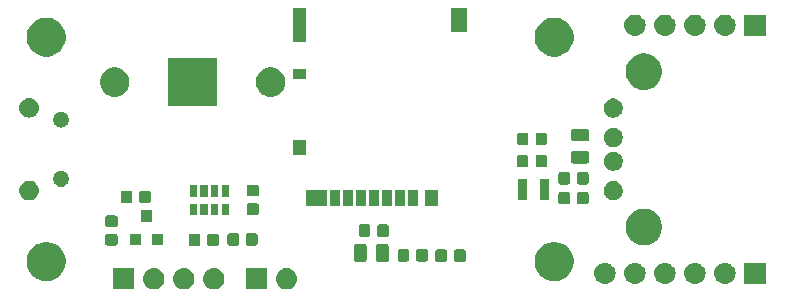
<source format=gbs>
G04 #@! TF.GenerationSoftware,KiCad,Pcbnew,(5.1.2)-1*
G04 #@! TF.CreationDate,2022-02-25T21:01:52+09:00*
G04 #@! TF.ProjectId,wcc,7763632e-6b69-4636-9164-5f7063625858,v2.2*
G04 #@! TF.SameCoordinates,Original*
G04 #@! TF.FileFunction,Soldermask,Bot*
G04 #@! TF.FilePolarity,Negative*
%FSLAX46Y46*%
G04 Gerber Fmt 4.6, Leading zero omitted, Abs format (unit mm)*
G04 Created by KiCad (PCBNEW (5.1.2)-1) date 2022-02-25 21:01:52*
%MOMM*%
%LPD*%
G04 APERTURE LIST*
%ADD10C,0.100000*%
G04 APERTURE END LIST*
D10*
G36*
X153450443Y-152555519D02*
G01*
X153516627Y-152562037D01*
X153686466Y-152613557D01*
X153842991Y-152697222D01*
X153878729Y-152726552D01*
X153980186Y-152809814D01*
X154063448Y-152911271D01*
X154092778Y-152947009D01*
X154176443Y-153103534D01*
X154227963Y-153273373D01*
X154245359Y-153450000D01*
X154227963Y-153626627D01*
X154176443Y-153796466D01*
X154092778Y-153952991D01*
X154063448Y-153988729D01*
X153980186Y-154090186D01*
X153878729Y-154173448D01*
X153842991Y-154202778D01*
X153686466Y-154286443D01*
X153516627Y-154337963D01*
X153450443Y-154344481D01*
X153384260Y-154351000D01*
X153295740Y-154351000D01*
X153229557Y-154344481D01*
X153163373Y-154337963D01*
X152993534Y-154286443D01*
X152837009Y-154202778D01*
X152801271Y-154173448D01*
X152699814Y-154090186D01*
X152616552Y-153988729D01*
X152587222Y-153952991D01*
X152503557Y-153796466D01*
X152452037Y-153626627D01*
X152434641Y-153450000D01*
X152452037Y-153273373D01*
X152503557Y-153103534D01*
X152587222Y-152947009D01*
X152616552Y-152911271D01*
X152699814Y-152809814D01*
X152801271Y-152726552D01*
X152837009Y-152697222D01*
X152993534Y-152613557D01*
X153163373Y-152562037D01*
X153229557Y-152555519D01*
X153295740Y-152549000D01*
X153384260Y-152549000D01*
X153450443Y-152555519D01*
X153450443Y-152555519D01*
G37*
G36*
X151701000Y-154351000D02*
G01*
X149899000Y-154351000D01*
X149899000Y-152549000D01*
X151701000Y-152549000D01*
X151701000Y-154351000D01*
X151701000Y-154351000D01*
G37*
G36*
X140461000Y-154351000D02*
G01*
X138659000Y-154351000D01*
X138659000Y-152549000D01*
X140461000Y-152549000D01*
X140461000Y-154351000D01*
X140461000Y-154351000D01*
G37*
G36*
X142210443Y-152555519D02*
G01*
X142276627Y-152562037D01*
X142446466Y-152613557D01*
X142602991Y-152697222D01*
X142638729Y-152726552D01*
X142740186Y-152809814D01*
X142823448Y-152911271D01*
X142852778Y-152947009D01*
X142936443Y-153103534D01*
X142987963Y-153273373D01*
X143005359Y-153450000D01*
X142987963Y-153626627D01*
X142936443Y-153796466D01*
X142852778Y-153952991D01*
X142823448Y-153988729D01*
X142740186Y-154090186D01*
X142638729Y-154173448D01*
X142602991Y-154202778D01*
X142446466Y-154286443D01*
X142276627Y-154337963D01*
X142210443Y-154344481D01*
X142144260Y-154351000D01*
X142055740Y-154351000D01*
X141989557Y-154344481D01*
X141923373Y-154337963D01*
X141753534Y-154286443D01*
X141597009Y-154202778D01*
X141561271Y-154173448D01*
X141459814Y-154090186D01*
X141376552Y-153988729D01*
X141347222Y-153952991D01*
X141263557Y-153796466D01*
X141212037Y-153626627D01*
X141194641Y-153450000D01*
X141212037Y-153273373D01*
X141263557Y-153103534D01*
X141347222Y-152947009D01*
X141376552Y-152911271D01*
X141459814Y-152809814D01*
X141561271Y-152726552D01*
X141597009Y-152697222D01*
X141753534Y-152613557D01*
X141923373Y-152562037D01*
X141989557Y-152555519D01*
X142055740Y-152549000D01*
X142144260Y-152549000D01*
X142210443Y-152555519D01*
X142210443Y-152555519D01*
G37*
G36*
X147290443Y-152555519D02*
G01*
X147356627Y-152562037D01*
X147526466Y-152613557D01*
X147682991Y-152697222D01*
X147718729Y-152726552D01*
X147820186Y-152809814D01*
X147903448Y-152911271D01*
X147932778Y-152947009D01*
X148016443Y-153103534D01*
X148067963Y-153273373D01*
X148085359Y-153450000D01*
X148067963Y-153626627D01*
X148016443Y-153796466D01*
X147932778Y-153952991D01*
X147903448Y-153988729D01*
X147820186Y-154090186D01*
X147718729Y-154173448D01*
X147682991Y-154202778D01*
X147526466Y-154286443D01*
X147356627Y-154337963D01*
X147290443Y-154344481D01*
X147224260Y-154351000D01*
X147135740Y-154351000D01*
X147069557Y-154344481D01*
X147003373Y-154337963D01*
X146833534Y-154286443D01*
X146677009Y-154202778D01*
X146641271Y-154173448D01*
X146539814Y-154090186D01*
X146456552Y-153988729D01*
X146427222Y-153952991D01*
X146343557Y-153796466D01*
X146292037Y-153626627D01*
X146274641Y-153450000D01*
X146292037Y-153273373D01*
X146343557Y-153103534D01*
X146427222Y-152947009D01*
X146456552Y-152911271D01*
X146539814Y-152809814D01*
X146641271Y-152726552D01*
X146677009Y-152697222D01*
X146833534Y-152613557D01*
X147003373Y-152562037D01*
X147069557Y-152555519D01*
X147135740Y-152549000D01*
X147224260Y-152549000D01*
X147290443Y-152555519D01*
X147290443Y-152555519D01*
G37*
G36*
X144750443Y-152555519D02*
G01*
X144816627Y-152562037D01*
X144986466Y-152613557D01*
X145142991Y-152697222D01*
X145178729Y-152726552D01*
X145280186Y-152809814D01*
X145363448Y-152911271D01*
X145392778Y-152947009D01*
X145476443Y-153103534D01*
X145527963Y-153273373D01*
X145545359Y-153450000D01*
X145527963Y-153626627D01*
X145476443Y-153796466D01*
X145392778Y-153952991D01*
X145363448Y-153988729D01*
X145280186Y-154090186D01*
X145178729Y-154173448D01*
X145142991Y-154202778D01*
X144986466Y-154286443D01*
X144816627Y-154337963D01*
X144750443Y-154344481D01*
X144684260Y-154351000D01*
X144595740Y-154351000D01*
X144529557Y-154344481D01*
X144463373Y-154337963D01*
X144293534Y-154286443D01*
X144137009Y-154202778D01*
X144101271Y-154173448D01*
X143999814Y-154090186D01*
X143916552Y-153988729D01*
X143887222Y-153952991D01*
X143803557Y-153796466D01*
X143752037Y-153626627D01*
X143734641Y-153450000D01*
X143752037Y-153273373D01*
X143803557Y-153103534D01*
X143887222Y-152947009D01*
X143916552Y-152911271D01*
X143999814Y-152809814D01*
X144101271Y-152726552D01*
X144137009Y-152697222D01*
X144293534Y-152613557D01*
X144463373Y-152562037D01*
X144529557Y-152555519D01*
X144595740Y-152549000D01*
X144684260Y-152549000D01*
X144750443Y-152555519D01*
X144750443Y-152555519D01*
G37*
G36*
X185490443Y-152105519D02*
G01*
X185556627Y-152112037D01*
X185726466Y-152163557D01*
X185882991Y-152247222D01*
X185918729Y-152276552D01*
X186020186Y-152359814D01*
X186103448Y-152461271D01*
X186132778Y-152497009D01*
X186216443Y-152653534D01*
X186267963Y-152823373D01*
X186285359Y-153000000D01*
X186267963Y-153176627D01*
X186216443Y-153346466D01*
X186132778Y-153502991D01*
X186103448Y-153538729D01*
X186020186Y-153640186D01*
X185918729Y-153723448D01*
X185882991Y-153752778D01*
X185726466Y-153836443D01*
X185556627Y-153887963D01*
X185490442Y-153894482D01*
X185424260Y-153901000D01*
X185335740Y-153901000D01*
X185269558Y-153894482D01*
X185203373Y-153887963D01*
X185033534Y-153836443D01*
X184877009Y-153752778D01*
X184841271Y-153723448D01*
X184739814Y-153640186D01*
X184656552Y-153538729D01*
X184627222Y-153502991D01*
X184543557Y-153346466D01*
X184492037Y-153176627D01*
X184474641Y-153000000D01*
X184492037Y-152823373D01*
X184543557Y-152653534D01*
X184627222Y-152497009D01*
X184656552Y-152461271D01*
X184739814Y-152359814D01*
X184841271Y-152276552D01*
X184877009Y-152247222D01*
X185033534Y-152163557D01*
X185203373Y-152112037D01*
X185269557Y-152105519D01*
X185335740Y-152099000D01*
X185424260Y-152099000D01*
X185490443Y-152105519D01*
X185490443Y-152105519D01*
G37*
G36*
X188030443Y-152105519D02*
G01*
X188096627Y-152112037D01*
X188266466Y-152163557D01*
X188422991Y-152247222D01*
X188458729Y-152276552D01*
X188560186Y-152359814D01*
X188643448Y-152461271D01*
X188672778Y-152497009D01*
X188756443Y-152653534D01*
X188807963Y-152823373D01*
X188825359Y-153000000D01*
X188807963Y-153176627D01*
X188756443Y-153346466D01*
X188672778Y-153502991D01*
X188643448Y-153538729D01*
X188560186Y-153640186D01*
X188458729Y-153723448D01*
X188422991Y-153752778D01*
X188266466Y-153836443D01*
X188096627Y-153887963D01*
X188030442Y-153894482D01*
X187964260Y-153901000D01*
X187875740Y-153901000D01*
X187809558Y-153894482D01*
X187743373Y-153887963D01*
X187573534Y-153836443D01*
X187417009Y-153752778D01*
X187381271Y-153723448D01*
X187279814Y-153640186D01*
X187196552Y-153538729D01*
X187167222Y-153502991D01*
X187083557Y-153346466D01*
X187032037Y-153176627D01*
X187014641Y-153000000D01*
X187032037Y-152823373D01*
X187083557Y-152653534D01*
X187167222Y-152497009D01*
X187196552Y-152461271D01*
X187279814Y-152359814D01*
X187381271Y-152276552D01*
X187417009Y-152247222D01*
X187573534Y-152163557D01*
X187743373Y-152112037D01*
X187809557Y-152105519D01*
X187875740Y-152099000D01*
X187964260Y-152099000D01*
X188030443Y-152105519D01*
X188030443Y-152105519D01*
G37*
G36*
X190570443Y-152105519D02*
G01*
X190636627Y-152112037D01*
X190806466Y-152163557D01*
X190962991Y-152247222D01*
X190998729Y-152276552D01*
X191100186Y-152359814D01*
X191183448Y-152461271D01*
X191212778Y-152497009D01*
X191296443Y-152653534D01*
X191347963Y-152823373D01*
X191365359Y-153000000D01*
X191347963Y-153176627D01*
X191296443Y-153346466D01*
X191212778Y-153502991D01*
X191183448Y-153538729D01*
X191100186Y-153640186D01*
X190998729Y-153723448D01*
X190962991Y-153752778D01*
X190806466Y-153836443D01*
X190636627Y-153887963D01*
X190570442Y-153894482D01*
X190504260Y-153901000D01*
X190415740Y-153901000D01*
X190349558Y-153894482D01*
X190283373Y-153887963D01*
X190113534Y-153836443D01*
X189957009Y-153752778D01*
X189921271Y-153723448D01*
X189819814Y-153640186D01*
X189736552Y-153538729D01*
X189707222Y-153502991D01*
X189623557Y-153346466D01*
X189572037Y-153176627D01*
X189554641Y-153000000D01*
X189572037Y-152823373D01*
X189623557Y-152653534D01*
X189707222Y-152497009D01*
X189736552Y-152461271D01*
X189819814Y-152359814D01*
X189921271Y-152276552D01*
X189957009Y-152247222D01*
X190113534Y-152163557D01*
X190283373Y-152112037D01*
X190349557Y-152105519D01*
X190415740Y-152099000D01*
X190504260Y-152099000D01*
X190570443Y-152105519D01*
X190570443Y-152105519D01*
G37*
G36*
X193901000Y-153901000D02*
G01*
X192099000Y-153901000D01*
X192099000Y-152099000D01*
X193901000Y-152099000D01*
X193901000Y-153901000D01*
X193901000Y-153901000D01*
G37*
G36*
X180410443Y-152105519D02*
G01*
X180476627Y-152112037D01*
X180646466Y-152163557D01*
X180802991Y-152247222D01*
X180838729Y-152276552D01*
X180940186Y-152359814D01*
X181023448Y-152461271D01*
X181052778Y-152497009D01*
X181136443Y-152653534D01*
X181187963Y-152823373D01*
X181205359Y-153000000D01*
X181187963Y-153176627D01*
X181136443Y-153346466D01*
X181052778Y-153502991D01*
X181023448Y-153538729D01*
X180940186Y-153640186D01*
X180838729Y-153723448D01*
X180802991Y-153752778D01*
X180646466Y-153836443D01*
X180476627Y-153887963D01*
X180410442Y-153894482D01*
X180344260Y-153901000D01*
X180255740Y-153901000D01*
X180189558Y-153894482D01*
X180123373Y-153887963D01*
X179953534Y-153836443D01*
X179797009Y-153752778D01*
X179761271Y-153723448D01*
X179659814Y-153640186D01*
X179576552Y-153538729D01*
X179547222Y-153502991D01*
X179463557Y-153346466D01*
X179412037Y-153176627D01*
X179394641Y-153000000D01*
X179412037Y-152823373D01*
X179463557Y-152653534D01*
X179547222Y-152497009D01*
X179576552Y-152461271D01*
X179659814Y-152359814D01*
X179761271Y-152276552D01*
X179797009Y-152247222D01*
X179953534Y-152163557D01*
X180123373Y-152112037D01*
X180189557Y-152105519D01*
X180255740Y-152099000D01*
X180344260Y-152099000D01*
X180410443Y-152105519D01*
X180410443Y-152105519D01*
G37*
G36*
X182950443Y-152105519D02*
G01*
X183016627Y-152112037D01*
X183186466Y-152163557D01*
X183342991Y-152247222D01*
X183378729Y-152276552D01*
X183480186Y-152359814D01*
X183563448Y-152461271D01*
X183592778Y-152497009D01*
X183676443Y-152653534D01*
X183727963Y-152823373D01*
X183745359Y-153000000D01*
X183727963Y-153176627D01*
X183676443Y-153346466D01*
X183592778Y-153502991D01*
X183563448Y-153538729D01*
X183480186Y-153640186D01*
X183378729Y-153723448D01*
X183342991Y-153752778D01*
X183186466Y-153836443D01*
X183016627Y-153887963D01*
X182950442Y-153894482D01*
X182884260Y-153901000D01*
X182795740Y-153901000D01*
X182729558Y-153894482D01*
X182663373Y-153887963D01*
X182493534Y-153836443D01*
X182337009Y-153752778D01*
X182301271Y-153723448D01*
X182199814Y-153640186D01*
X182116552Y-153538729D01*
X182087222Y-153502991D01*
X182003557Y-153346466D01*
X181952037Y-153176627D01*
X181934641Y-153000000D01*
X181952037Y-152823373D01*
X182003557Y-152653534D01*
X182087222Y-152497009D01*
X182116552Y-152461271D01*
X182199814Y-152359814D01*
X182301271Y-152276552D01*
X182337009Y-152247222D01*
X182493534Y-152163557D01*
X182663373Y-152112037D01*
X182729557Y-152105519D01*
X182795740Y-152099000D01*
X182884260Y-152099000D01*
X182950443Y-152105519D01*
X182950443Y-152105519D01*
G37*
G36*
X133375256Y-150391298D02*
G01*
X133481579Y-150412447D01*
X133691963Y-150499591D01*
X133778822Y-150535569D01*
X133782042Y-150536903D01*
X134052451Y-150717585D01*
X134282415Y-150947549D01*
X134463097Y-151217958D01*
X134463098Y-151217960D01*
X134587553Y-151518422D01*
X134651000Y-151837389D01*
X134651000Y-152162611D01*
X134611774Y-152359814D01*
X134587553Y-152481579D01*
X134463097Y-152782042D01*
X134282415Y-153052451D01*
X134052451Y-153282415D01*
X133782042Y-153463097D01*
X133481579Y-153587553D01*
X133375256Y-153608702D01*
X133162611Y-153651000D01*
X132837389Y-153651000D01*
X132624744Y-153608702D01*
X132518421Y-153587553D01*
X132217958Y-153463097D01*
X131947549Y-153282415D01*
X131717585Y-153052451D01*
X131536903Y-152782042D01*
X131412447Y-152481579D01*
X131388226Y-152359814D01*
X131349000Y-152162611D01*
X131349000Y-151837389D01*
X131412447Y-151518422D01*
X131536902Y-151217960D01*
X131536903Y-151217958D01*
X131717585Y-150947549D01*
X131947549Y-150717585D01*
X132217958Y-150536903D01*
X132221179Y-150535569D01*
X132308037Y-150499591D01*
X132518421Y-150412447D01*
X132624744Y-150391298D01*
X132837389Y-150349000D01*
X133162611Y-150349000D01*
X133375256Y-150391298D01*
X133375256Y-150391298D01*
G37*
G36*
X176375256Y-150391298D02*
G01*
X176481579Y-150412447D01*
X176691963Y-150499591D01*
X176778822Y-150535569D01*
X176782042Y-150536903D01*
X177052451Y-150717585D01*
X177282415Y-150947549D01*
X177463097Y-151217958D01*
X177463098Y-151217960D01*
X177587553Y-151518422D01*
X177651000Y-151837389D01*
X177651000Y-152162611D01*
X177611774Y-152359814D01*
X177587553Y-152481579D01*
X177463097Y-152782042D01*
X177282415Y-153052451D01*
X177052451Y-153282415D01*
X176782042Y-153463097D01*
X176481579Y-153587553D01*
X176375256Y-153608702D01*
X176162611Y-153651000D01*
X175837389Y-153651000D01*
X175624744Y-153608702D01*
X175518421Y-153587553D01*
X175217958Y-153463097D01*
X174947549Y-153282415D01*
X174717585Y-153052451D01*
X174536903Y-152782042D01*
X174412447Y-152481579D01*
X174388226Y-152359814D01*
X174349000Y-152162611D01*
X174349000Y-151837389D01*
X174412447Y-151518422D01*
X174536902Y-151217960D01*
X174536903Y-151217958D01*
X174717585Y-150947549D01*
X174947549Y-150717585D01*
X175217958Y-150536903D01*
X175221179Y-150535569D01*
X175308037Y-150499591D01*
X175518421Y-150412447D01*
X175624744Y-150391298D01*
X175837389Y-150349000D01*
X176162611Y-150349000D01*
X176375256Y-150391298D01*
X176375256Y-150391298D01*
G37*
G36*
X168359591Y-150978085D02*
G01*
X168393569Y-150988393D01*
X168424890Y-151005134D01*
X168452339Y-151027661D01*
X168474866Y-151055110D01*
X168491607Y-151086431D01*
X168501915Y-151120409D01*
X168506000Y-151161890D01*
X168506000Y-151838110D01*
X168501915Y-151879591D01*
X168491607Y-151913569D01*
X168474866Y-151944890D01*
X168452339Y-151972339D01*
X168424890Y-151994866D01*
X168393569Y-152011607D01*
X168359591Y-152021915D01*
X168318110Y-152026000D01*
X167716890Y-152026000D01*
X167675409Y-152021915D01*
X167641431Y-152011607D01*
X167610110Y-151994866D01*
X167582661Y-151972339D01*
X167560134Y-151944890D01*
X167543393Y-151913569D01*
X167533085Y-151879591D01*
X167529000Y-151838110D01*
X167529000Y-151161890D01*
X167533085Y-151120409D01*
X167543393Y-151086431D01*
X167560134Y-151055110D01*
X167582661Y-151027661D01*
X167610110Y-151005134D01*
X167641431Y-150988393D01*
X167675409Y-150978085D01*
X167716890Y-150974000D01*
X168318110Y-150974000D01*
X168359591Y-150978085D01*
X168359591Y-150978085D01*
G37*
G36*
X166784591Y-150978085D02*
G01*
X166818569Y-150988393D01*
X166849890Y-151005134D01*
X166877339Y-151027661D01*
X166899866Y-151055110D01*
X166916607Y-151086431D01*
X166926915Y-151120409D01*
X166931000Y-151161890D01*
X166931000Y-151838110D01*
X166926915Y-151879591D01*
X166916607Y-151913569D01*
X166899866Y-151944890D01*
X166877339Y-151972339D01*
X166849890Y-151994866D01*
X166818569Y-152011607D01*
X166784591Y-152021915D01*
X166743110Y-152026000D01*
X166141890Y-152026000D01*
X166100409Y-152021915D01*
X166066431Y-152011607D01*
X166035110Y-151994866D01*
X166007661Y-151972339D01*
X165985134Y-151944890D01*
X165968393Y-151913569D01*
X165958085Y-151879591D01*
X165954000Y-151838110D01*
X165954000Y-151161890D01*
X165958085Y-151120409D01*
X165968393Y-151086431D01*
X165985134Y-151055110D01*
X166007661Y-151027661D01*
X166035110Y-151005134D01*
X166066431Y-150988393D01*
X166100409Y-150978085D01*
X166141890Y-150974000D01*
X166743110Y-150974000D01*
X166784591Y-150978085D01*
X166784591Y-150978085D01*
G37*
G36*
X159964468Y-150523565D02*
G01*
X160003138Y-150535296D01*
X160038777Y-150554346D01*
X160070017Y-150579983D01*
X160095654Y-150611223D01*
X160114704Y-150646862D01*
X160126435Y-150685532D01*
X160131000Y-150731888D01*
X160131000Y-151808112D01*
X160126435Y-151854468D01*
X160114704Y-151893138D01*
X160095654Y-151928777D01*
X160070017Y-151960017D01*
X160038777Y-151985654D01*
X160003138Y-152004704D01*
X159964468Y-152016435D01*
X159918112Y-152021000D01*
X159266888Y-152021000D01*
X159220532Y-152016435D01*
X159181862Y-152004704D01*
X159146223Y-151985654D01*
X159114983Y-151960017D01*
X159089346Y-151928777D01*
X159070296Y-151893138D01*
X159058565Y-151854468D01*
X159054000Y-151808112D01*
X159054000Y-150731888D01*
X159058565Y-150685532D01*
X159070296Y-150646862D01*
X159089346Y-150611223D01*
X159114983Y-150579983D01*
X159146223Y-150554346D01*
X159181862Y-150535296D01*
X159220532Y-150523565D01*
X159266888Y-150519000D01*
X159918112Y-150519000D01*
X159964468Y-150523565D01*
X159964468Y-150523565D01*
G37*
G36*
X161839468Y-150523565D02*
G01*
X161878138Y-150535296D01*
X161913777Y-150554346D01*
X161945017Y-150579983D01*
X161970654Y-150611223D01*
X161989704Y-150646862D01*
X162001435Y-150685532D01*
X162006000Y-150731888D01*
X162006000Y-151808112D01*
X162001435Y-151854468D01*
X161989704Y-151893138D01*
X161970654Y-151928777D01*
X161945017Y-151960017D01*
X161913777Y-151985654D01*
X161878138Y-152004704D01*
X161839468Y-152016435D01*
X161793112Y-152021000D01*
X161141888Y-152021000D01*
X161095532Y-152016435D01*
X161056862Y-152004704D01*
X161021223Y-151985654D01*
X160989983Y-151960017D01*
X160964346Y-151928777D01*
X160945296Y-151893138D01*
X160933565Y-151854468D01*
X160929000Y-151808112D01*
X160929000Y-150731888D01*
X160933565Y-150685532D01*
X160945296Y-150646862D01*
X160964346Y-150611223D01*
X160989983Y-150579983D01*
X161021223Y-150554346D01*
X161056862Y-150535296D01*
X161095532Y-150523565D01*
X161141888Y-150519000D01*
X161793112Y-150519000D01*
X161839468Y-150523565D01*
X161839468Y-150523565D01*
G37*
G36*
X165159591Y-150948085D02*
G01*
X165193569Y-150958393D01*
X165224890Y-150975134D01*
X165252339Y-150997661D01*
X165274866Y-151025110D01*
X165291607Y-151056431D01*
X165301915Y-151090409D01*
X165306000Y-151131890D01*
X165306000Y-151808110D01*
X165301915Y-151849591D01*
X165291607Y-151883569D01*
X165274866Y-151914890D01*
X165252339Y-151942339D01*
X165224890Y-151964866D01*
X165193569Y-151981607D01*
X165159591Y-151991915D01*
X165118110Y-151996000D01*
X164516890Y-151996000D01*
X164475409Y-151991915D01*
X164441431Y-151981607D01*
X164410110Y-151964866D01*
X164382661Y-151942339D01*
X164360134Y-151914890D01*
X164343393Y-151883569D01*
X164333085Y-151849591D01*
X164329000Y-151808110D01*
X164329000Y-151131890D01*
X164333085Y-151090409D01*
X164343393Y-151056431D01*
X164360134Y-151025110D01*
X164382661Y-150997661D01*
X164410110Y-150975134D01*
X164441431Y-150958393D01*
X164475409Y-150948085D01*
X164516890Y-150944000D01*
X165118110Y-150944000D01*
X165159591Y-150948085D01*
X165159591Y-150948085D01*
G37*
G36*
X163584591Y-150948085D02*
G01*
X163618569Y-150958393D01*
X163649890Y-150975134D01*
X163677339Y-150997661D01*
X163699866Y-151025110D01*
X163716607Y-151056431D01*
X163726915Y-151090409D01*
X163731000Y-151131890D01*
X163731000Y-151808110D01*
X163726915Y-151849591D01*
X163716607Y-151883569D01*
X163699866Y-151914890D01*
X163677339Y-151942339D01*
X163649890Y-151964866D01*
X163618569Y-151981607D01*
X163584591Y-151991915D01*
X163543110Y-151996000D01*
X162941890Y-151996000D01*
X162900409Y-151991915D01*
X162866431Y-151981607D01*
X162835110Y-151964866D01*
X162807661Y-151942339D01*
X162785134Y-151914890D01*
X162768393Y-151883569D01*
X162758085Y-151849591D01*
X162754000Y-151808110D01*
X162754000Y-151131890D01*
X162758085Y-151090409D01*
X162768393Y-151056431D01*
X162785134Y-151025110D01*
X162807661Y-150997661D01*
X162835110Y-150975134D01*
X162866431Y-150958393D01*
X162900409Y-150948085D01*
X162941890Y-150944000D01*
X163543110Y-150944000D01*
X163584591Y-150948085D01*
X163584591Y-150948085D01*
G37*
G36*
X147477591Y-149638085D02*
G01*
X147511569Y-149648393D01*
X147542890Y-149665134D01*
X147570339Y-149687661D01*
X147592866Y-149715110D01*
X147609607Y-149746431D01*
X147619915Y-149780409D01*
X147624000Y-149821890D01*
X147624000Y-150498110D01*
X147619915Y-150539591D01*
X147609607Y-150573569D01*
X147592866Y-150604890D01*
X147570339Y-150632339D01*
X147542890Y-150654866D01*
X147511569Y-150671607D01*
X147477591Y-150681915D01*
X147436110Y-150686000D01*
X146834890Y-150686000D01*
X146793409Y-150681915D01*
X146759431Y-150671607D01*
X146728110Y-150654866D01*
X146700661Y-150632339D01*
X146678134Y-150604890D01*
X146661393Y-150573569D01*
X146651085Y-150539591D01*
X146647000Y-150498110D01*
X146647000Y-149821890D01*
X146651085Y-149780409D01*
X146661393Y-149746431D01*
X146678134Y-149715110D01*
X146700661Y-149687661D01*
X146728110Y-149665134D01*
X146759431Y-149648393D01*
X146793409Y-149638085D01*
X146834890Y-149634000D01*
X147436110Y-149634000D01*
X147477591Y-149638085D01*
X147477591Y-149638085D01*
G37*
G36*
X145902591Y-149638085D02*
G01*
X145936569Y-149648393D01*
X145967890Y-149665134D01*
X145995339Y-149687661D01*
X146017866Y-149715110D01*
X146034607Y-149746431D01*
X146044915Y-149780409D01*
X146049000Y-149821890D01*
X146049000Y-150498110D01*
X146044915Y-150539591D01*
X146034607Y-150573569D01*
X146017866Y-150604890D01*
X145995339Y-150632339D01*
X145967890Y-150654866D01*
X145936569Y-150671607D01*
X145902591Y-150681915D01*
X145861110Y-150686000D01*
X145259890Y-150686000D01*
X145218409Y-150681915D01*
X145184431Y-150671607D01*
X145153110Y-150654866D01*
X145125661Y-150632339D01*
X145103134Y-150604890D01*
X145086393Y-150573569D01*
X145076085Y-150539591D01*
X145072000Y-150498110D01*
X145072000Y-149821890D01*
X145076085Y-149780409D01*
X145086393Y-149746431D01*
X145103134Y-149715110D01*
X145125661Y-149687661D01*
X145153110Y-149665134D01*
X145184431Y-149648393D01*
X145218409Y-149638085D01*
X145259890Y-149634000D01*
X145861110Y-149634000D01*
X145902591Y-149638085D01*
X145902591Y-149638085D01*
G37*
G36*
X138899591Y-149675085D02*
G01*
X138933569Y-149685393D01*
X138964890Y-149702134D01*
X138992339Y-149724661D01*
X139014866Y-149752110D01*
X139031607Y-149783431D01*
X139041915Y-149817409D01*
X139046000Y-149858890D01*
X139046000Y-150460110D01*
X139041915Y-150501591D01*
X139031607Y-150535569D01*
X139014866Y-150566890D01*
X138992339Y-150594339D01*
X138964890Y-150616866D01*
X138933569Y-150633607D01*
X138899591Y-150643915D01*
X138858110Y-150648000D01*
X138181890Y-150648000D01*
X138140409Y-150643915D01*
X138106431Y-150633607D01*
X138075110Y-150616866D01*
X138047661Y-150594339D01*
X138025134Y-150566890D01*
X138008393Y-150535569D01*
X137998085Y-150501591D01*
X137994000Y-150460110D01*
X137994000Y-149858890D01*
X137998085Y-149817409D01*
X138008393Y-149783431D01*
X138025134Y-149752110D01*
X138047661Y-149724661D01*
X138075110Y-149702134D01*
X138106431Y-149685393D01*
X138140409Y-149675085D01*
X138181890Y-149671000D01*
X138858110Y-149671000D01*
X138899591Y-149675085D01*
X138899591Y-149675085D01*
G37*
G36*
X149176591Y-149598085D02*
G01*
X149210569Y-149608393D01*
X149241890Y-149625134D01*
X149269339Y-149647661D01*
X149291866Y-149675110D01*
X149308607Y-149706431D01*
X149318915Y-149740409D01*
X149323000Y-149781890D01*
X149323000Y-150458110D01*
X149318915Y-150499591D01*
X149308607Y-150533569D01*
X149291866Y-150564890D01*
X149269339Y-150592339D01*
X149241890Y-150614866D01*
X149210569Y-150631607D01*
X149176591Y-150641915D01*
X149135110Y-150646000D01*
X148533890Y-150646000D01*
X148492409Y-150641915D01*
X148458431Y-150631607D01*
X148427110Y-150614866D01*
X148399661Y-150592339D01*
X148377134Y-150564890D01*
X148360393Y-150533569D01*
X148350085Y-150499591D01*
X148346000Y-150458110D01*
X148346000Y-149781890D01*
X148350085Y-149740409D01*
X148360393Y-149706431D01*
X148377134Y-149675110D01*
X148399661Y-149647661D01*
X148427110Y-149625134D01*
X148458431Y-149608393D01*
X148492409Y-149598085D01*
X148533890Y-149594000D01*
X149135110Y-149594000D01*
X149176591Y-149598085D01*
X149176591Y-149598085D01*
G37*
G36*
X150751591Y-149598085D02*
G01*
X150785569Y-149608393D01*
X150816890Y-149625134D01*
X150844339Y-149647661D01*
X150866866Y-149675110D01*
X150883607Y-149706431D01*
X150893915Y-149740409D01*
X150898000Y-149781890D01*
X150898000Y-150458110D01*
X150893915Y-150499591D01*
X150883607Y-150533569D01*
X150866866Y-150564890D01*
X150844339Y-150592339D01*
X150816890Y-150614866D01*
X150785569Y-150631607D01*
X150751591Y-150641915D01*
X150710110Y-150646000D01*
X150108890Y-150646000D01*
X150067409Y-150641915D01*
X150033431Y-150631607D01*
X150002110Y-150614866D01*
X149974661Y-150592339D01*
X149952134Y-150564890D01*
X149935393Y-150533569D01*
X149925085Y-150499591D01*
X149921000Y-150458110D01*
X149921000Y-149781890D01*
X149925085Y-149740409D01*
X149935393Y-149706431D01*
X149952134Y-149675110D01*
X149974661Y-149647661D01*
X150002110Y-149625134D01*
X150033431Y-149608393D01*
X150067409Y-149598085D01*
X150108890Y-149594000D01*
X150710110Y-149594000D01*
X150751591Y-149598085D01*
X150751591Y-149598085D01*
G37*
G36*
X141001000Y-150631000D02*
G01*
X140099000Y-150631000D01*
X140099000Y-149629000D01*
X141001000Y-149629000D01*
X141001000Y-150631000D01*
X141001000Y-150631000D01*
G37*
G36*
X142901000Y-150631000D02*
G01*
X141999000Y-150631000D01*
X141999000Y-149629000D01*
X142901000Y-149629000D01*
X142901000Y-150631000D01*
X142901000Y-150631000D01*
G37*
G36*
X183902585Y-147548802D02*
G01*
X184052410Y-147578604D01*
X184334674Y-147695521D01*
X184588705Y-147865259D01*
X184804741Y-148081295D01*
X184974479Y-148335326D01*
X185091396Y-148617590D01*
X185151000Y-148917240D01*
X185151000Y-149222760D01*
X185091396Y-149522410D01*
X184974479Y-149804674D01*
X184804741Y-150058705D01*
X184588705Y-150274741D01*
X184334674Y-150444479D01*
X184052410Y-150561396D01*
X183902585Y-150591198D01*
X183752761Y-150621000D01*
X183447239Y-150621000D01*
X183297415Y-150591198D01*
X183147590Y-150561396D01*
X182865326Y-150444479D01*
X182611295Y-150274741D01*
X182395259Y-150058705D01*
X182225521Y-149804674D01*
X182108604Y-149522410D01*
X182049000Y-149222760D01*
X182049000Y-148917240D01*
X182108604Y-148617590D01*
X182225521Y-148335326D01*
X182395259Y-148081295D01*
X182611295Y-147865259D01*
X182865326Y-147695521D01*
X183147590Y-147578604D01*
X183297415Y-147548802D01*
X183447239Y-147519000D01*
X183752761Y-147519000D01*
X183902585Y-147548802D01*
X183902585Y-147548802D01*
G37*
G36*
X161859591Y-148848085D02*
G01*
X161893569Y-148858393D01*
X161924890Y-148875134D01*
X161952339Y-148897661D01*
X161974866Y-148925110D01*
X161991607Y-148956431D01*
X162001915Y-148990409D01*
X162006000Y-149031890D01*
X162006000Y-149708110D01*
X162001915Y-149749591D01*
X161991607Y-149783569D01*
X161974866Y-149814890D01*
X161952339Y-149842339D01*
X161924890Y-149864866D01*
X161893569Y-149881607D01*
X161859591Y-149891915D01*
X161818110Y-149896000D01*
X161216890Y-149896000D01*
X161175409Y-149891915D01*
X161141431Y-149881607D01*
X161110110Y-149864866D01*
X161082661Y-149842339D01*
X161060134Y-149814890D01*
X161043393Y-149783569D01*
X161033085Y-149749591D01*
X161029000Y-149708110D01*
X161029000Y-149031890D01*
X161033085Y-148990409D01*
X161043393Y-148956431D01*
X161060134Y-148925110D01*
X161082661Y-148897661D01*
X161110110Y-148875134D01*
X161141431Y-148858393D01*
X161175409Y-148848085D01*
X161216890Y-148844000D01*
X161818110Y-148844000D01*
X161859591Y-148848085D01*
X161859591Y-148848085D01*
G37*
G36*
X160284591Y-148848085D02*
G01*
X160318569Y-148858393D01*
X160349890Y-148875134D01*
X160377339Y-148897661D01*
X160399866Y-148925110D01*
X160416607Y-148956431D01*
X160426915Y-148990409D01*
X160431000Y-149031890D01*
X160431000Y-149708110D01*
X160426915Y-149749591D01*
X160416607Y-149783569D01*
X160399866Y-149814890D01*
X160377339Y-149842339D01*
X160349890Y-149864866D01*
X160318569Y-149881607D01*
X160284591Y-149891915D01*
X160243110Y-149896000D01*
X159641890Y-149896000D01*
X159600409Y-149891915D01*
X159566431Y-149881607D01*
X159535110Y-149864866D01*
X159507661Y-149842339D01*
X159485134Y-149814890D01*
X159468393Y-149783569D01*
X159458085Y-149749591D01*
X159454000Y-149708110D01*
X159454000Y-149031890D01*
X159458085Y-148990409D01*
X159468393Y-148956431D01*
X159485134Y-148925110D01*
X159507661Y-148897661D01*
X159535110Y-148875134D01*
X159566431Y-148858393D01*
X159600409Y-148848085D01*
X159641890Y-148844000D01*
X160243110Y-148844000D01*
X160284591Y-148848085D01*
X160284591Y-148848085D01*
G37*
G36*
X138899591Y-148100085D02*
G01*
X138933569Y-148110393D01*
X138964890Y-148127134D01*
X138992339Y-148149661D01*
X139014866Y-148177110D01*
X139031607Y-148208431D01*
X139041915Y-148242409D01*
X139046000Y-148283890D01*
X139046000Y-148885110D01*
X139041915Y-148926591D01*
X139031607Y-148960569D01*
X139014866Y-148991890D01*
X138992339Y-149019339D01*
X138964890Y-149041866D01*
X138933569Y-149058607D01*
X138899591Y-149068915D01*
X138858110Y-149073000D01*
X138181890Y-149073000D01*
X138140409Y-149068915D01*
X138106431Y-149058607D01*
X138075110Y-149041866D01*
X138047661Y-149019339D01*
X138025134Y-148991890D01*
X138008393Y-148960569D01*
X137998085Y-148926591D01*
X137994000Y-148885110D01*
X137994000Y-148283890D01*
X137998085Y-148242409D01*
X138008393Y-148208431D01*
X138025134Y-148177110D01*
X138047661Y-148149661D01*
X138075110Y-148127134D01*
X138106431Y-148110393D01*
X138140409Y-148100085D01*
X138181890Y-148096000D01*
X138858110Y-148096000D01*
X138899591Y-148100085D01*
X138899591Y-148100085D01*
G37*
G36*
X141951000Y-148631000D02*
G01*
X141049000Y-148631000D01*
X141049000Y-147629000D01*
X141951000Y-147629000D01*
X141951000Y-148631000D01*
X141951000Y-148631000D01*
G37*
G36*
X145761000Y-148091000D02*
G01*
X145159000Y-148091000D01*
X145159000Y-147089000D01*
X145761000Y-147089000D01*
X145761000Y-148091000D01*
X145761000Y-148091000D01*
G37*
G36*
X148461000Y-148091000D02*
G01*
X147859000Y-148091000D01*
X147859000Y-147089000D01*
X148461000Y-147089000D01*
X148461000Y-148091000D01*
X148461000Y-148091000D01*
G37*
G36*
X147561000Y-148091000D02*
G01*
X146959000Y-148091000D01*
X146959000Y-147089000D01*
X147561000Y-147089000D01*
X147561000Y-148091000D01*
X147561000Y-148091000D01*
G37*
G36*
X146661000Y-148091000D02*
G01*
X146059000Y-148091000D01*
X146059000Y-147089000D01*
X146661000Y-147089000D01*
X146661000Y-148091000D01*
X146661000Y-148091000D01*
G37*
G36*
X150879591Y-147083085D02*
G01*
X150913569Y-147093393D01*
X150944890Y-147110134D01*
X150972339Y-147132661D01*
X150994866Y-147160110D01*
X151011607Y-147191431D01*
X151021915Y-147225409D01*
X151026000Y-147266890D01*
X151026000Y-147868110D01*
X151021915Y-147909591D01*
X151011607Y-147943569D01*
X150994866Y-147974890D01*
X150972339Y-148002339D01*
X150944890Y-148024866D01*
X150913569Y-148041607D01*
X150879591Y-148051915D01*
X150838110Y-148056000D01*
X150161890Y-148056000D01*
X150120409Y-148051915D01*
X150086431Y-148041607D01*
X150055110Y-148024866D01*
X150027661Y-148002339D01*
X150005134Y-147974890D01*
X149988393Y-147943569D01*
X149978085Y-147909591D01*
X149974000Y-147868110D01*
X149974000Y-147266890D01*
X149978085Y-147225409D01*
X149988393Y-147191431D01*
X150005134Y-147160110D01*
X150027661Y-147132661D01*
X150055110Y-147110134D01*
X150086431Y-147093393D01*
X150120409Y-147083085D01*
X150161890Y-147079000D01*
X150838110Y-147079000D01*
X150879591Y-147083085D01*
X150879591Y-147083085D01*
G37*
G36*
X163336000Y-147276000D02*
G01*
X162534000Y-147276000D01*
X162534000Y-145974000D01*
X163336000Y-145974000D01*
X163336000Y-147276000D01*
X163336000Y-147276000D01*
G37*
G36*
X162236000Y-147276000D02*
G01*
X161434000Y-147276000D01*
X161434000Y-145974000D01*
X162236000Y-145974000D01*
X162236000Y-147276000D01*
X162236000Y-147276000D01*
G37*
G36*
X161136000Y-147276000D02*
G01*
X160334000Y-147276000D01*
X160334000Y-145974000D01*
X161136000Y-145974000D01*
X161136000Y-147276000D01*
X161136000Y-147276000D01*
G37*
G36*
X160036000Y-147276000D02*
G01*
X159234000Y-147276000D01*
X159234000Y-145974000D01*
X160036000Y-145974000D01*
X160036000Y-147276000D01*
X160036000Y-147276000D01*
G37*
G36*
X156736000Y-147276000D02*
G01*
X154984000Y-147276000D01*
X154984000Y-145974000D01*
X156736000Y-145974000D01*
X156736000Y-147276000D01*
X156736000Y-147276000D01*
G37*
G36*
X158936000Y-147276000D02*
G01*
X158134000Y-147276000D01*
X158134000Y-145974000D01*
X158936000Y-145974000D01*
X158936000Y-147276000D01*
X158936000Y-147276000D01*
G37*
G36*
X164436000Y-147276000D02*
G01*
X163634000Y-147276000D01*
X163634000Y-145974000D01*
X164436000Y-145974000D01*
X164436000Y-147276000D01*
X164436000Y-147276000D01*
G37*
G36*
X157836000Y-147276000D02*
G01*
X157034000Y-147276000D01*
X157034000Y-145974000D01*
X157836000Y-145974000D01*
X157836000Y-147276000D01*
X157836000Y-147276000D01*
G37*
G36*
X166136000Y-147276000D02*
G01*
X165034000Y-147276000D01*
X165034000Y-145974000D01*
X166136000Y-145974000D01*
X166136000Y-147276000D01*
X166136000Y-147276000D01*
G37*
G36*
X177192591Y-146098085D02*
G01*
X177226569Y-146108393D01*
X177257890Y-146125134D01*
X177285339Y-146147661D01*
X177307866Y-146175110D01*
X177324607Y-146206431D01*
X177334915Y-146240409D01*
X177339000Y-146281890D01*
X177339000Y-146958110D01*
X177334915Y-146999591D01*
X177324607Y-147033569D01*
X177307866Y-147064890D01*
X177285339Y-147092339D01*
X177257890Y-147114866D01*
X177226569Y-147131607D01*
X177192591Y-147141915D01*
X177151110Y-147146000D01*
X176549890Y-147146000D01*
X176508409Y-147141915D01*
X176474431Y-147131607D01*
X176443110Y-147114866D01*
X176415661Y-147092339D01*
X176393134Y-147064890D01*
X176376393Y-147033569D01*
X176366085Y-146999591D01*
X176362000Y-146958110D01*
X176362000Y-146281890D01*
X176366085Y-146240409D01*
X176376393Y-146206431D01*
X176393134Y-146175110D01*
X176415661Y-146147661D01*
X176443110Y-146125134D01*
X176474431Y-146108393D01*
X176508409Y-146098085D01*
X176549890Y-146094000D01*
X177151110Y-146094000D01*
X177192591Y-146098085D01*
X177192591Y-146098085D01*
G37*
G36*
X178767591Y-146098085D02*
G01*
X178801569Y-146108393D01*
X178832890Y-146125134D01*
X178860339Y-146147661D01*
X178882866Y-146175110D01*
X178899607Y-146206431D01*
X178909915Y-146240409D01*
X178914000Y-146281890D01*
X178914000Y-146958110D01*
X178909915Y-146999591D01*
X178899607Y-147033569D01*
X178882866Y-147064890D01*
X178860339Y-147092339D01*
X178832890Y-147114866D01*
X178801569Y-147131607D01*
X178767591Y-147141915D01*
X178726110Y-147146000D01*
X178124890Y-147146000D01*
X178083409Y-147141915D01*
X178049431Y-147131607D01*
X178018110Y-147114866D01*
X177990661Y-147092339D01*
X177968134Y-147064890D01*
X177951393Y-147033569D01*
X177941085Y-146999591D01*
X177937000Y-146958110D01*
X177937000Y-146281890D01*
X177941085Y-146240409D01*
X177951393Y-146206431D01*
X177968134Y-146175110D01*
X177990661Y-146147661D01*
X178018110Y-146125134D01*
X178049431Y-146108393D01*
X178083409Y-146098085D01*
X178124890Y-146094000D01*
X178726110Y-146094000D01*
X178767591Y-146098085D01*
X178767591Y-146098085D01*
G37*
G36*
X141721591Y-145998085D02*
G01*
X141755569Y-146008393D01*
X141786890Y-146025134D01*
X141814339Y-146047661D01*
X141836866Y-146075110D01*
X141853607Y-146106431D01*
X141863915Y-146140409D01*
X141868000Y-146181890D01*
X141868000Y-146858110D01*
X141863915Y-146899591D01*
X141853607Y-146933569D01*
X141836866Y-146964890D01*
X141814339Y-146992339D01*
X141786890Y-147014866D01*
X141755569Y-147031607D01*
X141721591Y-147041915D01*
X141680110Y-147046000D01*
X141078890Y-147046000D01*
X141037409Y-147041915D01*
X141003431Y-147031607D01*
X140972110Y-147014866D01*
X140944661Y-146992339D01*
X140922134Y-146964890D01*
X140905393Y-146933569D01*
X140895085Y-146899591D01*
X140891000Y-146858110D01*
X140891000Y-146181890D01*
X140895085Y-146140409D01*
X140905393Y-146106431D01*
X140922134Y-146075110D01*
X140944661Y-146047661D01*
X140972110Y-146025134D01*
X141003431Y-146008393D01*
X141037409Y-145998085D01*
X141078890Y-145994000D01*
X141680110Y-145994000D01*
X141721591Y-145998085D01*
X141721591Y-145998085D01*
G37*
G36*
X140146591Y-145998085D02*
G01*
X140180569Y-146008393D01*
X140211890Y-146025134D01*
X140239339Y-146047661D01*
X140261866Y-146075110D01*
X140278607Y-146106431D01*
X140288915Y-146140409D01*
X140293000Y-146181890D01*
X140293000Y-146858110D01*
X140288915Y-146899591D01*
X140278607Y-146933569D01*
X140261866Y-146964890D01*
X140239339Y-146992339D01*
X140211890Y-147014866D01*
X140180569Y-147031607D01*
X140146591Y-147041915D01*
X140105110Y-147046000D01*
X139503890Y-147046000D01*
X139462409Y-147041915D01*
X139428431Y-147031607D01*
X139397110Y-147014866D01*
X139369661Y-146992339D01*
X139347134Y-146964890D01*
X139330393Y-146933569D01*
X139320085Y-146899591D01*
X139316000Y-146858110D01*
X139316000Y-146181890D01*
X139320085Y-146140409D01*
X139330393Y-146106431D01*
X139347134Y-146075110D01*
X139369661Y-146047661D01*
X139397110Y-146025134D01*
X139428431Y-146008393D01*
X139462409Y-145998085D01*
X139503890Y-145994000D01*
X140105110Y-145994000D01*
X140146591Y-145998085D01*
X140146591Y-145998085D01*
G37*
G36*
X173676000Y-146821000D02*
G01*
X172924000Y-146821000D01*
X172924000Y-145019000D01*
X173676000Y-145019000D01*
X173676000Y-146821000D01*
X173676000Y-146821000D01*
G37*
G36*
X175576000Y-146821000D02*
G01*
X174824000Y-146821000D01*
X174824000Y-145019000D01*
X175576000Y-145019000D01*
X175576000Y-146821000D01*
X175576000Y-146821000D01*
G37*
G36*
X181237142Y-145218242D02*
G01*
X181385101Y-145279529D01*
X181518255Y-145368499D01*
X181631501Y-145481745D01*
X181720471Y-145614899D01*
X181781758Y-145762858D01*
X181813000Y-145919925D01*
X181813000Y-146080075D01*
X181781758Y-146237142D01*
X181720471Y-146385101D01*
X181631501Y-146518255D01*
X181518255Y-146631501D01*
X181385101Y-146720471D01*
X181237142Y-146781758D01*
X181080075Y-146813000D01*
X180919925Y-146813000D01*
X180762858Y-146781758D01*
X180614899Y-146720471D01*
X180481745Y-146631501D01*
X180368499Y-146518255D01*
X180279529Y-146385101D01*
X180218242Y-146237142D01*
X180187000Y-146080075D01*
X180187000Y-145919925D01*
X180218242Y-145762858D01*
X180279529Y-145614899D01*
X180368499Y-145481745D01*
X180481745Y-145368499D01*
X180614899Y-145279529D01*
X180762858Y-145218242D01*
X180919925Y-145187000D01*
X181080075Y-145187000D01*
X181237142Y-145218242D01*
X181237142Y-145218242D01*
G37*
G36*
X131651248Y-145159976D02*
G01*
X131711924Y-145165952D01*
X131867626Y-145213184D01*
X131867628Y-145213185D01*
X132011121Y-145289883D01*
X132136896Y-145393104D01*
X132240117Y-145518879D01*
X132308181Y-145646219D01*
X132316816Y-145662374D01*
X132364048Y-145818076D01*
X132379996Y-145980000D01*
X132364048Y-146141924D01*
X132318186Y-146293110D01*
X132316815Y-146297628D01*
X132240117Y-146441121D01*
X132136896Y-146566896D01*
X132011121Y-146670117D01*
X131867628Y-146746815D01*
X131867626Y-146746816D01*
X131711924Y-146794048D01*
X131651248Y-146800024D01*
X131590574Y-146806000D01*
X131509426Y-146806000D01*
X131448752Y-146800024D01*
X131388076Y-146794048D01*
X131232374Y-146746816D01*
X131232372Y-146746815D01*
X131088879Y-146670117D01*
X130963104Y-146566896D01*
X130859883Y-146441121D01*
X130783185Y-146297628D01*
X130781814Y-146293110D01*
X130735952Y-146141924D01*
X130720004Y-145980000D01*
X130735952Y-145818076D01*
X130783184Y-145662374D01*
X130791819Y-145646219D01*
X130859883Y-145518879D01*
X130963104Y-145393104D01*
X131088879Y-145289883D01*
X131232372Y-145213185D01*
X131232374Y-145213184D01*
X131388076Y-145165952D01*
X131448752Y-145159976D01*
X131509426Y-145154000D01*
X131590574Y-145154000D01*
X131651248Y-145159976D01*
X131651248Y-145159976D01*
G37*
G36*
X148461000Y-146491000D02*
G01*
X147859000Y-146491000D01*
X147859000Y-145489000D01*
X148461000Y-145489000D01*
X148461000Y-146491000D01*
X148461000Y-146491000D01*
G37*
G36*
X147561000Y-146491000D02*
G01*
X146959000Y-146491000D01*
X146959000Y-145489000D01*
X147561000Y-145489000D01*
X147561000Y-146491000D01*
X147561000Y-146491000D01*
G37*
G36*
X146661000Y-146491000D02*
G01*
X146059000Y-146491000D01*
X146059000Y-145489000D01*
X146661000Y-145489000D01*
X146661000Y-146491000D01*
X146661000Y-146491000D01*
G37*
G36*
X145761000Y-146491000D02*
G01*
X145159000Y-146491000D01*
X145159000Y-145489000D01*
X145761000Y-145489000D01*
X145761000Y-146491000D01*
X145761000Y-146491000D01*
G37*
G36*
X150879591Y-145508085D02*
G01*
X150913569Y-145518393D01*
X150944890Y-145535134D01*
X150972339Y-145557661D01*
X150994866Y-145585110D01*
X151011607Y-145616431D01*
X151021915Y-145650409D01*
X151026000Y-145691890D01*
X151026000Y-146293110D01*
X151021915Y-146334591D01*
X151011607Y-146368569D01*
X150994866Y-146399890D01*
X150972339Y-146427339D01*
X150944890Y-146449866D01*
X150913569Y-146466607D01*
X150879591Y-146476915D01*
X150838110Y-146481000D01*
X150161890Y-146481000D01*
X150120409Y-146476915D01*
X150086431Y-146466607D01*
X150055110Y-146449866D01*
X150027661Y-146427339D01*
X150005134Y-146399890D01*
X149988393Y-146368569D01*
X149978085Y-146334591D01*
X149974000Y-146293110D01*
X149974000Y-145691890D01*
X149978085Y-145650409D01*
X149988393Y-145616431D01*
X150005134Y-145585110D01*
X150027661Y-145557661D01*
X150055110Y-145535134D01*
X150086431Y-145518393D01*
X150120409Y-145508085D01*
X150161890Y-145504000D01*
X150838110Y-145504000D01*
X150879591Y-145508085D01*
X150879591Y-145508085D01*
G37*
G36*
X134382517Y-144313781D02*
G01*
X134509946Y-144352436D01*
X134627383Y-144415208D01*
X134730317Y-144499683D01*
X134814792Y-144602617D01*
X134877564Y-144720054D01*
X134916219Y-144847483D01*
X134929270Y-144980000D01*
X134916219Y-145112517D01*
X134877564Y-145239946D01*
X134814792Y-145357383D01*
X134730317Y-145460317D01*
X134627383Y-145544792D01*
X134509946Y-145607564D01*
X134382517Y-145646219D01*
X134283205Y-145656000D01*
X134216795Y-145656000D01*
X134117483Y-145646219D01*
X133990054Y-145607564D01*
X133872617Y-145544792D01*
X133769683Y-145460317D01*
X133685208Y-145357383D01*
X133622436Y-145239946D01*
X133583781Y-145112517D01*
X133570730Y-144980000D01*
X133583781Y-144847483D01*
X133622436Y-144720054D01*
X133685208Y-144602617D01*
X133769683Y-144499683D01*
X133872617Y-144415208D01*
X133990054Y-144352436D01*
X134117483Y-144313781D01*
X134216795Y-144304000D01*
X134283205Y-144304000D01*
X134382517Y-144313781D01*
X134382517Y-144313781D01*
G37*
G36*
X177192591Y-144428085D02*
G01*
X177226569Y-144438393D01*
X177257890Y-144455134D01*
X177285339Y-144477661D01*
X177307866Y-144505110D01*
X177324607Y-144536431D01*
X177334915Y-144570409D01*
X177339000Y-144611890D01*
X177339000Y-145288110D01*
X177334915Y-145329591D01*
X177324607Y-145363569D01*
X177307866Y-145394890D01*
X177285339Y-145422339D01*
X177257890Y-145444866D01*
X177226569Y-145461607D01*
X177192591Y-145471915D01*
X177151110Y-145476000D01*
X176549890Y-145476000D01*
X176508409Y-145471915D01*
X176474431Y-145461607D01*
X176443110Y-145444866D01*
X176415661Y-145422339D01*
X176393134Y-145394890D01*
X176376393Y-145363569D01*
X176366085Y-145329591D01*
X176362000Y-145288110D01*
X176362000Y-144611890D01*
X176366085Y-144570409D01*
X176376393Y-144536431D01*
X176393134Y-144505110D01*
X176415661Y-144477661D01*
X176443110Y-144455134D01*
X176474431Y-144438393D01*
X176508409Y-144428085D01*
X176549890Y-144424000D01*
X177151110Y-144424000D01*
X177192591Y-144428085D01*
X177192591Y-144428085D01*
G37*
G36*
X178767591Y-144428085D02*
G01*
X178801569Y-144438393D01*
X178832890Y-144455134D01*
X178860339Y-144477661D01*
X178882866Y-144505110D01*
X178899607Y-144536431D01*
X178909915Y-144570409D01*
X178914000Y-144611890D01*
X178914000Y-145288110D01*
X178909915Y-145329591D01*
X178899607Y-145363569D01*
X178882866Y-145394890D01*
X178860339Y-145422339D01*
X178832890Y-145444866D01*
X178801569Y-145461607D01*
X178767591Y-145471915D01*
X178726110Y-145476000D01*
X178124890Y-145476000D01*
X178083409Y-145471915D01*
X178049431Y-145461607D01*
X178018110Y-145444866D01*
X177990661Y-145422339D01*
X177968134Y-145394890D01*
X177951393Y-145363569D01*
X177941085Y-145329591D01*
X177937000Y-145288110D01*
X177937000Y-144611890D01*
X177941085Y-144570409D01*
X177951393Y-144536431D01*
X177968134Y-144505110D01*
X177990661Y-144477661D01*
X178018110Y-144455134D01*
X178049431Y-144438393D01*
X178083409Y-144428085D01*
X178124890Y-144424000D01*
X178726110Y-144424000D01*
X178767591Y-144428085D01*
X178767591Y-144428085D01*
G37*
G36*
X181237142Y-142718242D02*
G01*
X181385101Y-142779529D01*
X181518255Y-142868499D01*
X181631501Y-142981745D01*
X181720471Y-143114899D01*
X181781758Y-143262858D01*
X181813000Y-143419925D01*
X181813000Y-143580075D01*
X181781758Y-143737142D01*
X181720471Y-143885101D01*
X181631501Y-144018255D01*
X181518255Y-144131501D01*
X181385101Y-144220471D01*
X181237142Y-144281758D01*
X181080075Y-144313000D01*
X180919925Y-144313000D01*
X180762858Y-144281758D01*
X180614899Y-144220471D01*
X180481745Y-144131501D01*
X180368499Y-144018255D01*
X180279529Y-143885101D01*
X180218242Y-143737142D01*
X180187000Y-143580075D01*
X180187000Y-143419925D01*
X180218242Y-143262858D01*
X180279529Y-143114899D01*
X180368499Y-142981745D01*
X180481745Y-142868499D01*
X180614899Y-142779529D01*
X180762858Y-142718242D01*
X180919925Y-142687000D01*
X181080075Y-142687000D01*
X181237142Y-142718242D01*
X181237142Y-142718242D01*
G37*
G36*
X175257591Y-142978085D02*
G01*
X175291569Y-142988393D01*
X175322890Y-143005134D01*
X175350339Y-143027661D01*
X175372866Y-143055110D01*
X175389607Y-143086431D01*
X175399915Y-143120409D01*
X175404000Y-143161890D01*
X175404000Y-143838110D01*
X175399915Y-143879591D01*
X175389607Y-143913569D01*
X175372866Y-143944890D01*
X175350339Y-143972339D01*
X175322890Y-143994866D01*
X175291569Y-144011607D01*
X175257591Y-144021915D01*
X175216110Y-144026000D01*
X174614890Y-144026000D01*
X174573409Y-144021915D01*
X174539431Y-144011607D01*
X174508110Y-143994866D01*
X174480661Y-143972339D01*
X174458134Y-143944890D01*
X174441393Y-143913569D01*
X174431085Y-143879591D01*
X174427000Y-143838110D01*
X174427000Y-143161890D01*
X174431085Y-143120409D01*
X174441393Y-143086431D01*
X174458134Y-143055110D01*
X174480661Y-143027661D01*
X174508110Y-143005134D01*
X174539431Y-142988393D01*
X174573409Y-142978085D01*
X174614890Y-142974000D01*
X175216110Y-142974000D01*
X175257591Y-142978085D01*
X175257591Y-142978085D01*
G37*
G36*
X173682591Y-142978085D02*
G01*
X173716569Y-142988393D01*
X173747890Y-143005134D01*
X173775339Y-143027661D01*
X173797866Y-143055110D01*
X173814607Y-143086431D01*
X173824915Y-143120409D01*
X173829000Y-143161890D01*
X173829000Y-143838110D01*
X173824915Y-143879591D01*
X173814607Y-143913569D01*
X173797866Y-143944890D01*
X173775339Y-143972339D01*
X173747890Y-143994866D01*
X173716569Y-144011607D01*
X173682591Y-144021915D01*
X173641110Y-144026000D01*
X173039890Y-144026000D01*
X172998409Y-144021915D01*
X172964431Y-144011607D01*
X172933110Y-143994866D01*
X172905661Y-143972339D01*
X172883134Y-143944890D01*
X172866393Y-143913569D01*
X172856085Y-143879591D01*
X172852000Y-143838110D01*
X172852000Y-143161890D01*
X172856085Y-143120409D01*
X172866393Y-143086431D01*
X172883134Y-143055110D01*
X172905661Y-143027661D01*
X172933110Y-143005134D01*
X172964431Y-142988393D01*
X172998409Y-142978085D01*
X173039890Y-142974000D01*
X173641110Y-142974000D01*
X173682591Y-142978085D01*
X173682591Y-142978085D01*
G37*
G36*
X178784468Y-142633565D02*
G01*
X178823138Y-142645296D01*
X178858777Y-142664346D01*
X178890017Y-142689983D01*
X178915654Y-142721223D01*
X178934704Y-142756862D01*
X178946435Y-142795532D01*
X178951000Y-142841888D01*
X178951000Y-143493112D01*
X178946435Y-143539468D01*
X178934704Y-143578138D01*
X178915654Y-143613777D01*
X178890017Y-143645017D01*
X178858777Y-143670654D01*
X178823138Y-143689704D01*
X178784468Y-143701435D01*
X178738112Y-143706000D01*
X177661888Y-143706000D01*
X177615532Y-143701435D01*
X177576862Y-143689704D01*
X177541223Y-143670654D01*
X177509983Y-143645017D01*
X177484346Y-143613777D01*
X177465296Y-143578138D01*
X177453565Y-143539468D01*
X177449000Y-143493112D01*
X177449000Y-142841888D01*
X177453565Y-142795532D01*
X177465296Y-142756862D01*
X177484346Y-142721223D01*
X177509983Y-142689983D01*
X177541223Y-142664346D01*
X177576862Y-142645296D01*
X177615532Y-142633565D01*
X177661888Y-142629000D01*
X178738112Y-142629000D01*
X178784468Y-142633565D01*
X178784468Y-142633565D01*
G37*
G36*
X154986000Y-142976000D02*
G01*
X153884000Y-142976000D01*
X153884000Y-141674000D01*
X154986000Y-141674000D01*
X154986000Y-142976000D01*
X154986000Y-142976000D01*
G37*
G36*
X181237142Y-140718242D02*
G01*
X181385101Y-140779529D01*
X181518255Y-140868499D01*
X181631501Y-140981745D01*
X181720471Y-141114899D01*
X181781758Y-141262858D01*
X181813000Y-141419925D01*
X181813000Y-141580075D01*
X181781758Y-141737142D01*
X181720471Y-141885101D01*
X181631501Y-142018255D01*
X181518255Y-142131501D01*
X181385101Y-142220471D01*
X181237142Y-142281758D01*
X181080075Y-142313000D01*
X180919925Y-142313000D01*
X180762858Y-142281758D01*
X180614899Y-142220471D01*
X180481745Y-142131501D01*
X180368499Y-142018255D01*
X180279529Y-141885101D01*
X180218242Y-141737142D01*
X180187000Y-141580075D01*
X180187000Y-141419925D01*
X180218242Y-141262858D01*
X180279529Y-141114899D01*
X180368499Y-140981745D01*
X180481745Y-140868499D01*
X180614899Y-140779529D01*
X180762858Y-140718242D01*
X180919925Y-140687000D01*
X181080075Y-140687000D01*
X181237142Y-140718242D01*
X181237142Y-140718242D01*
G37*
G36*
X175261591Y-141088085D02*
G01*
X175295569Y-141098393D01*
X175326890Y-141115134D01*
X175354339Y-141137661D01*
X175376866Y-141165110D01*
X175393607Y-141196431D01*
X175403915Y-141230409D01*
X175408000Y-141271890D01*
X175408000Y-141948110D01*
X175403915Y-141989591D01*
X175393607Y-142023569D01*
X175376866Y-142054890D01*
X175354339Y-142082339D01*
X175326890Y-142104866D01*
X175295569Y-142121607D01*
X175261591Y-142131915D01*
X175220110Y-142136000D01*
X174618890Y-142136000D01*
X174577409Y-142131915D01*
X174543431Y-142121607D01*
X174512110Y-142104866D01*
X174484661Y-142082339D01*
X174462134Y-142054890D01*
X174445393Y-142023569D01*
X174435085Y-141989591D01*
X174431000Y-141948110D01*
X174431000Y-141271890D01*
X174435085Y-141230409D01*
X174445393Y-141196431D01*
X174462134Y-141165110D01*
X174484661Y-141137661D01*
X174512110Y-141115134D01*
X174543431Y-141098393D01*
X174577409Y-141088085D01*
X174618890Y-141084000D01*
X175220110Y-141084000D01*
X175261591Y-141088085D01*
X175261591Y-141088085D01*
G37*
G36*
X173686591Y-141088085D02*
G01*
X173720569Y-141098393D01*
X173751890Y-141115134D01*
X173779339Y-141137661D01*
X173801866Y-141165110D01*
X173818607Y-141196431D01*
X173828915Y-141230409D01*
X173833000Y-141271890D01*
X173833000Y-141948110D01*
X173828915Y-141989591D01*
X173818607Y-142023569D01*
X173801866Y-142054890D01*
X173779339Y-142082339D01*
X173751890Y-142104866D01*
X173720569Y-142121607D01*
X173686591Y-142131915D01*
X173645110Y-142136000D01*
X173043890Y-142136000D01*
X173002409Y-142131915D01*
X172968431Y-142121607D01*
X172937110Y-142104866D01*
X172909661Y-142082339D01*
X172887134Y-142054890D01*
X172870393Y-142023569D01*
X172860085Y-141989591D01*
X172856000Y-141948110D01*
X172856000Y-141271890D01*
X172860085Y-141230409D01*
X172870393Y-141196431D01*
X172887134Y-141165110D01*
X172909661Y-141137661D01*
X172937110Y-141115134D01*
X172968431Y-141098393D01*
X173002409Y-141088085D01*
X173043890Y-141084000D01*
X173645110Y-141084000D01*
X173686591Y-141088085D01*
X173686591Y-141088085D01*
G37*
G36*
X178784468Y-140758565D02*
G01*
X178823138Y-140770296D01*
X178858777Y-140789346D01*
X178890017Y-140814983D01*
X178915654Y-140846223D01*
X178934704Y-140881862D01*
X178946435Y-140920532D01*
X178951000Y-140966888D01*
X178951000Y-141618112D01*
X178946435Y-141664468D01*
X178934704Y-141703138D01*
X178915654Y-141738777D01*
X178890017Y-141770017D01*
X178858777Y-141795654D01*
X178823138Y-141814704D01*
X178784468Y-141826435D01*
X178738112Y-141831000D01*
X177661888Y-141831000D01*
X177615532Y-141826435D01*
X177576862Y-141814704D01*
X177541223Y-141795654D01*
X177509983Y-141770017D01*
X177484346Y-141738777D01*
X177465296Y-141703138D01*
X177453565Y-141664468D01*
X177449000Y-141618112D01*
X177449000Y-140966888D01*
X177453565Y-140920532D01*
X177465296Y-140881862D01*
X177484346Y-140846223D01*
X177509983Y-140814983D01*
X177541223Y-140789346D01*
X177576862Y-140770296D01*
X177615532Y-140758565D01*
X177661888Y-140754000D01*
X178738112Y-140754000D01*
X178784468Y-140758565D01*
X178784468Y-140758565D01*
G37*
G36*
X134382517Y-139313781D02*
G01*
X134509946Y-139352436D01*
X134627383Y-139415208D01*
X134730317Y-139499683D01*
X134814792Y-139602617D01*
X134877564Y-139720054D01*
X134916219Y-139847483D01*
X134929270Y-139980000D01*
X134916219Y-140112517D01*
X134877564Y-140239946D01*
X134814792Y-140357383D01*
X134730317Y-140460317D01*
X134627383Y-140544792D01*
X134509946Y-140607564D01*
X134382517Y-140646219D01*
X134283205Y-140656000D01*
X134216795Y-140656000D01*
X134117483Y-140646219D01*
X133990054Y-140607564D01*
X133872617Y-140544792D01*
X133769683Y-140460317D01*
X133685208Y-140357383D01*
X133622436Y-140239946D01*
X133583781Y-140112517D01*
X133570730Y-139980000D01*
X133583781Y-139847483D01*
X133622436Y-139720054D01*
X133685208Y-139602617D01*
X133769683Y-139499683D01*
X133872617Y-139415208D01*
X133990054Y-139352436D01*
X134117483Y-139313781D01*
X134216795Y-139304000D01*
X134283205Y-139304000D01*
X134382517Y-139313781D01*
X134382517Y-139313781D01*
G37*
G36*
X181237142Y-138218242D02*
G01*
X181385101Y-138279529D01*
X181518255Y-138368499D01*
X181631501Y-138481745D01*
X181720471Y-138614899D01*
X181781758Y-138762858D01*
X181813000Y-138919925D01*
X181813000Y-139080075D01*
X181781758Y-139237142D01*
X181720471Y-139385101D01*
X181631501Y-139518255D01*
X181518255Y-139631501D01*
X181385101Y-139720471D01*
X181237142Y-139781758D01*
X181080075Y-139813000D01*
X180919925Y-139813000D01*
X180762858Y-139781758D01*
X180614899Y-139720471D01*
X180481745Y-139631501D01*
X180368499Y-139518255D01*
X180279529Y-139385101D01*
X180218242Y-139237142D01*
X180187000Y-139080075D01*
X180187000Y-138919925D01*
X180218242Y-138762858D01*
X180279529Y-138614899D01*
X180368499Y-138481745D01*
X180481745Y-138368499D01*
X180614899Y-138279529D01*
X180762858Y-138218242D01*
X180919925Y-138187000D01*
X181080075Y-138187000D01*
X181237142Y-138218242D01*
X181237142Y-138218242D01*
G37*
G36*
X131651248Y-138159976D02*
G01*
X131711924Y-138165952D01*
X131867626Y-138213184D01*
X131867628Y-138213185D01*
X132011121Y-138289883D01*
X132136896Y-138393104D01*
X132240117Y-138518879D01*
X132291440Y-138614899D01*
X132316816Y-138662374D01*
X132364048Y-138818076D01*
X132379996Y-138980000D01*
X132364048Y-139141924D01*
X132335163Y-139237143D01*
X132316815Y-139297628D01*
X132240117Y-139441121D01*
X132136896Y-139566896D01*
X132011121Y-139670117D01*
X131867628Y-139746815D01*
X131867626Y-139746816D01*
X131711924Y-139794048D01*
X131651248Y-139800024D01*
X131590574Y-139806000D01*
X131509426Y-139806000D01*
X131448752Y-139800024D01*
X131388076Y-139794048D01*
X131232374Y-139746816D01*
X131232372Y-139746815D01*
X131088879Y-139670117D01*
X130963104Y-139566896D01*
X130859883Y-139441121D01*
X130783185Y-139297628D01*
X130764837Y-139237143D01*
X130735952Y-139141924D01*
X130720004Y-138980000D01*
X130735952Y-138818076D01*
X130783184Y-138662374D01*
X130808560Y-138614899D01*
X130859883Y-138518879D01*
X130963104Y-138393104D01*
X131088879Y-138289883D01*
X131232372Y-138213185D01*
X131232374Y-138213184D01*
X131388076Y-138165952D01*
X131448752Y-138159976D01*
X131509426Y-138154000D01*
X131590574Y-138154000D01*
X131651248Y-138159976D01*
X131651248Y-138159976D01*
G37*
G36*
X147451000Y-138851000D02*
G01*
X143349000Y-138851000D01*
X143349000Y-134749000D01*
X147451000Y-134749000D01*
X147451000Y-138851000D01*
X147451000Y-138851000D01*
G37*
G36*
X139164903Y-135597075D02*
G01*
X139392571Y-135691378D01*
X139597466Y-135828285D01*
X139771715Y-136002534D01*
X139908622Y-136207429D01*
X140002925Y-136435097D01*
X140051000Y-136676787D01*
X140051000Y-136923213D01*
X140002925Y-137164903D01*
X139908622Y-137392571D01*
X139771715Y-137597466D01*
X139597466Y-137771715D01*
X139392571Y-137908622D01*
X139392570Y-137908623D01*
X139392569Y-137908623D01*
X139164903Y-138002925D01*
X138923214Y-138051000D01*
X138676786Y-138051000D01*
X138435097Y-138002925D01*
X138207431Y-137908623D01*
X138207430Y-137908623D01*
X138207429Y-137908622D01*
X138002534Y-137771715D01*
X137828285Y-137597466D01*
X137691378Y-137392571D01*
X137597075Y-137164903D01*
X137549000Y-136923213D01*
X137549000Y-136676787D01*
X137597075Y-136435097D01*
X137691378Y-136207429D01*
X137828285Y-136002534D01*
X138002534Y-135828285D01*
X138207429Y-135691378D01*
X138435097Y-135597075D01*
X138676786Y-135549000D01*
X138923214Y-135549000D01*
X139164903Y-135597075D01*
X139164903Y-135597075D01*
G37*
G36*
X152364903Y-135597075D02*
G01*
X152592571Y-135691378D01*
X152797466Y-135828285D01*
X152971715Y-136002534D01*
X153108622Y-136207429D01*
X153202925Y-136435097D01*
X153251000Y-136676787D01*
X153251000Y-136923213D01*
X153202925Y-137164903D01*
X153108622Y-137392571D01*
X152971715Y-137597466D01*
X152797466Y-137771715D01*
X152592571Y-137908622D01*
X152592570Y-137908623D01*
X152592569Y-137908623D01*
X152364903Y-138002925D01*
X152123214Y-138051000D01*
X151876786Y-138051000D01*
X151635097Y-138002925D01*
X151407431Y-137908623D01*
X151407430Y-137908623D01*
X151407429Y-137908622D01*
X151202534Y-137771715D01*
X151028285Y-137597466D01*
X150891378Y-137392571D01*
X150797075Y-137164903D01*
X150749000Y-136923213D01*
X150749000Y-136676787D01*
X150797075Y-136435097D01*
X150891378Y-136207429D01*
X151028285Y-136002534D01*
X151202534Y-135828285D01*
X151407429Y-135691378D01*
X151635097Y-135597075D01*
X151876786Y-135549000D01*
X152123214Y-135549000D01*
X152364903Y-135597075D01*
X152364903Y-135597075D01*
G37*
G36*
X183902585Y-134408802D02*
G01*
X184052410Y-134438604D01*
X184334674Y-134555521D01*
X184588705Y-134725259D01*
X184804741Y-134941295D01*
X184974479Y-135195326D01*
X185091396Y-135477590D01*
X185151000Y-135777240D01*
X185151000Y-136082760D01*
X185091396Y-136382410D01*
X184974479Y-136664674D01*
X184804741Y-136918705D01*
X184588705Y-137134741D01*
X184334674Y-137304479D01*
X184052410Y-137421396D01*
X183902585Y-137451198D01*
X183752761Y-137481000D01*
X183447239Y-137481000D01*
X183297415Y-137451198D01*
X183147590Y-137421396D01*
X182865326Y-137304479D01*
X182611295Y-137134741D01*
X182395259Y-136918705D01*
X182225521Y-136664674D01*
X182108604Y-136382410D01*
X182049000Y-136082760D01*
X182049000Y-135777240D01*
X182108604Y-135477590D01*
X182225521Y-135195326D01*
X182395259Y-134941295D01*
X182611295Y-134725259D01*
X182865326Y-134555521D01*
X183147590Y-134438604D01*
X183297415Y-134408802D01*
X183447239Y-134379000D01*
X183752761Y-134379000D01*
X183902585Y-134408802D01*
X183902585Y-134408802D01*
G37*
G36*
X154986000Y-136576000D02*
G01*
X153884000Y-136576000D01*
X153884000Y-135674000D01*
X154986000Y-135674000D01*
X154986000Y-136576000D01*
X154986000Y-136576000D01*
G37*
G36*
X133375256Y-131391298D02*
G01*
X133481579Y-131412447D01*
X133782042Y-131536903D01*
X134052451Y-131717585D01*
X134282415Y-131947549D01*
X134463097Y-132217958D01*
X134587553Y-132518421D01*
X134608702Y-132624744D01*
X134650812Y-132836443D01*
X134651000Y-132837391D01*
X134651000Y-133162609D01*
X134587553Y-133481579D01*
X134463097Y-133782042D01*
X134282415Y-134052451D01*
X134052451Y-134282415D01*
X133782042Y-134463097D01*
X133481579Y-134587553D01*
X133375256Y-134608702D01*
X133162611Y-134651000D01*
X132837389Y-134651000D01*
X132624744Y-134608702D01*
X132518421Y-134587553D01*
X132217958Y-134463097D01*
X131947549Y-134282415D01*
X131717585Y-134052451D01*
X131536903Y-133782042D01*
X131412447Y-133481579D01*
X131349000Y-133162609D01*
X131349000Y-132837391D01*
X131349189Y-132836443D01*
X131391298Y-132624744D01*
X131412447Y-132518421D01*
X131536903Y-132217958D01*
X131717585Y-131947549D01*
X131947549Y-131717585D01*
X132217958Y-131536903D01*
X132518421Y-131412447D01*
X132624744Y-131391298D01*
X132837389Y-131349000D01*
X133162611Y-131349000D01*
X133375256Y-131391298D01*
X133375256Y-131391298D01*
G37*
G36*
X176375256Y-131391298D02*
G01*
X176481579Y-131412447D01*
X176782042Y-131536903D01*
X177052451Y-131717585D01*
X177282415Y-131947549D01*
X177463097Y-132217958D01*
X177587553Y-132518421D01*
X177608702Y-132624744D01*
X177650812Y-132836443D01*
X177651000Y-132837391D01*
X177651000Y-133162609D01*
X177587553Y-133481579D01*
X177463097Y-133782042D01*
X177282415Y-134052451D01*
X177052451Y-134282415D01*
X176782042Y-134463097D01*
X176481579Y-134587553D01*
X176375256Y-134608702D01*
X176162611Y-134651000D01*
X175837389Y-134651000D01*
X175624744Y-134608702D01*
X175518421Y-134587553D01*
X175217958Y-134463097D01*
X174947549Y-134282415D01*
X174717585Y-134052451D01*
X174536903Y-133782042D01*
X174412447Y-133481579D01*
X174349000Y-133162609D01*
X174349000Y-132837391D01*
X174349189Y-132836443D01*
X174391298Y-132624744D01*
X174412447Y-132518421D01*
X174536903Y-132217958D01*
X174717585Y-131947549D01*
X174947549Y-131717585D01*
X175217958Y-131536903D01*
X175518421Y-131412447D01*
X175624744Y-131391298D01*
X175837389Y-131349000D01*
X176162611Y-131349000D01*
X176375256Y-131391298D01*
X176375256Y-131391298D01*
G37*
G36*
X154986000Y-133426000D02*
G01*
X153884000Y-133426000D01*
X153884000Y-130524000D01*
X154986000Y-130524000D01*
X154986000Y-133426000D01*
X154986000Y-133426000D01*
G37*
G36*
X182950442Y-131105518D02*
G01*
X183016627Y-131112037D01*
X183186466Y-131163557D01*
X183342991Y-131247222D01*
X183378729Y-131276552D01*
X183480186Y-131359814D01*
X183563448Y-131461271D01*
X183592778Y-131497009D01*
X183676443Y-131653534D01*
X183727963Y-131823373D01*
X183745359Y-132000000D01*
X183727963Y-132176627D01*
X183676443Y-132346466D01*
X183592778Y-132502991D01*
X183580114Y-132518422D01*
X183480186Y-132640186D01*
X183378729Y-132723448D01*
X183342991Y-132752778D01*
X183186466Y-132836443D01*
X183016627Y-132887963D01*
X182950443Y-132894481D01*
X182884260Y-132901000D01*
X182795740Y-132901000D01*
X182729557Y-132894481D01*
X182663373Y-132887963D01*
X182493534Y-132836443D01*
X182337009Y-132752778D01*
X182301271Y-132723448D01*
X182199814Y-132640186D01*
X182099886Y-132518422D01*
X182087222Y-132502991D01*
X182003557Y-132346466D01*
X181952037Y-132176627D01*
X181934641Y-132000000D01*
X181952037Y-131823373D01*
X182003557Y-131653534D01*
X182087222Y-131497009D01*
X182116552Y-131461271D01*
X182199814Y-131359814D01*
X182301271Y-131276552D01*
X182337009Y-131247222D01*
X182493534Y-131163557D01*
X182663373Y-131112037D01*
X182729558Y-131105518D01*
X182795740Y-131099000D01*
X182884260Y-131099000D01*
X182950442Y-131105518D01*
X182950442Y-131105518D01*
G37*
G36*
X185490442Y-131105518D02*
G01*
X185556627Y-131112037D01*
X185726466Y-131163557D01*
X185882991Y-131247222D01*
X185918729Y-131276552D01*
X186020186Y-131359814D01*
X186103448Y-131461271D01*
X186132778Y-131497009D01*
X186216443Y-131653534D01*
X186267963Y-131823373D01*
X186285359Y-132000000D01*
X186267963Y-132176627D01*
X186216443Y-132346466D01*
X186132778Y-132502991D01*
X186120114Y-132518422D01*
X186020186Y-132640186D01*
X185918729Y-132723448D01*
X185882991Y-132752778D01*
X185726466Y-132836443D01*
X185556627Y-132887963D01*
X185490443Y-132894481D01*
X185424260Y-132901000D01*
X185335740Y-132901000D01*
X185269557Y-132894481D01*
X185203373Y-132887963D01*
X185033534Y-132836443D01*
X184877009Y-132752778D01*
X184841271Y-132723448D01*
X184739814Y-132640186D01*
X184639886Y-132518422D01*
X184627222Y-132502991D01*
X184543557Y-132346466D01*
X184492037Y-132176627D01*
X184474641Y-132000000D01*
X184492037Y-131823373D01*
X184543557Y-131653534D01*
X184627222Y-131497009D01*
X184656552Y-131461271D01*
X184739814Y-131359814D01*
X184841271Y-131276552D01*
X184877009Y-131247222D01*
X185033534Y-131163557D01*
X185203373Y-131112037D01*
X185269558Y-131105518D01*
X185335740Y-131099000D01*
X185424260Y-131099000D01*
X185490442Y-131105518D01*
X185490442Y-131105518D01*
G37*
G36*
X188030442Y-131105518D02*
G01*
X188096627Y-131112037D01*
X188266466Y-131163557D01*
X188422991Y-131247222D01*
X188458729Y-131276552D01*
X188560186Y-131359814D01*
X188643448Y-131461271D01*
X188672778Y-131497009D01*
X188756443Y-131653534D01*
X188807963Y-131823373D01*
X188825359Y-132000000D01*
X188807963Y-132176627D01*
X188756443Y-132346466D01*
X188672778Y-132502991D01*
X188660114Y-132518422D01*
X188560186Y-132640186D01*
X188458729Y-132723448D01*
X188422991Y-132752778D01*
X188266466Y-132836443D01*
X188096627Y-132887963D01*
X188030443Y-132894481D01*
X187964260Y-132901000D01*
X187875740Y-132901000D01*
X187809557Y-132894481D01*
X187743373Y-132887963D01*
X187573534Y-132836443D01*
X187417009Y-132752778D01*
X187381271Y-132723448D01*
X187279814Y-132640186D01*
X187179886Y-132518422D01*
X187167222Y-132502991D01*
X187083557Y-132346466D01*
X187032037Y-132176627D01*
X187014641Y-132000000D01*
X187032037Y-131823373D01*
X187083557Y-131653534D01*
X187167222Y-131497009D01*
X187196552Y-131461271D01*
X187279814Y-131359814D01*
X187381271Y-131276552D01*
X187417009Y-131247222D01*
X187573534Y-131163557D01*
X187743373Y-131112037D01*
X187809558Y-131105518D01*
X187875740Y-131099000D01*
X187964260Y-131099000D01*
X188030442Y-131105518D01*
X188030442Y-131105518D01*
G37*
G36*
X190570442Y-131105518D02*
G01*
X190636627Y-131112037D01*
X190806466Y-131163557D01*
X190962991Y-131247222D01*
X190998729Y-131276552D01*
X191100186Y-131359814D01*
X191183448Y-131461271D01*
X191212778Y-131497009D01*
X191296443Y-131653534D01*
X191347963Y-131823373D01*
X191365359Y-132000000D01*
X191347963Y-132176627D01*
X191296443Y-132346466D01*
X191212778Y-132502991D01*
X191200114Y-132518422D01*
X191100186Y-132640186D01*
X190998729Y-132723448D01*
X190962991Y-132752778D01*
X190806466Y-132836443D01*
X190636627Y-132887963D01*
X190570443Y-132894481D01*
X190504260Y-132901000D01*
X190415740Y-132901000D01*
X190349557Y-132894481D01*
X190283373Y-132887963D01*
X190113534Y-132836443D01*
X189957009Y-132752778D01*
X189921271Y-132723448D01*
X189819814Y-132640186D01*
X189719886Y-132518422D01*
X189707222Y-132502991D01*
X189623557Y-132346466D01*
X189572037Y-132176627D01*
X189554641Y-132000000D01*
X189572037Y-131823373D01*
X189623557Y-131653534D01*
X189707222Y-131497009D01*
X189736552Y-131461271D01*
X189819814Y-131359814D01*
X189921271Y-131276552D01*
X189957009Y-131247222D01*
X190113534Y-131163557D01*
X190283373Y-131112037D01*
X190349558Y-131105518D01*
X190415740Y-131099000D01*
X190504260Y-131099000D01*
X190570442Y-131105518D01*
X190570442Y-131105518D01*
G37*
G36*
X193901000Y-132901000D02*
G01*
X192099000Y-132901000D01*
X192099000Y-131099000D01*
X193901000Y-131099000D01*
X193901000Y-132901000D01*
X193901000Y-132901000D01*
G37*
G36*
X168636000Y-132526000D02*
G01*
X167234000Y-132526000D01*
X167234000Y-130524000D01*
X168636000Y-130524000D01*
X168636000Y-132526000D01*
X168636000Y-132526000D01*
G37*
M02*

</source>
